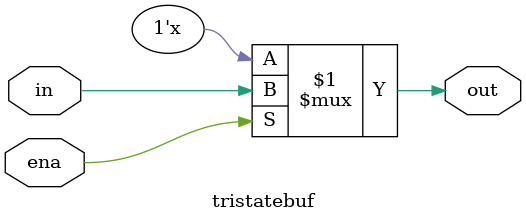
<source format=v>
module tristatebuf(in, ena, out);

	input in, ena;
	output out;
	assign out = ena? in : 1'bz;

endmodule
	
	
</source>
